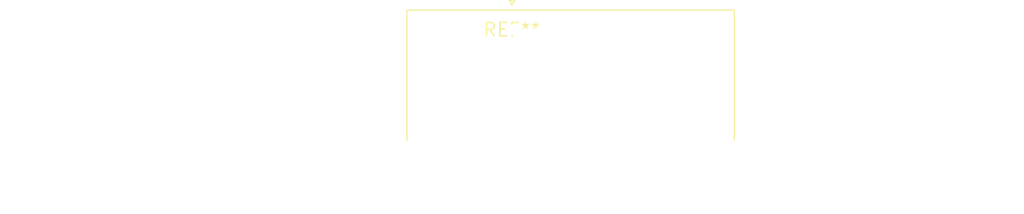
<source format=kicad_pcb>
(kicad_pcb (version 20240108) (generator pcbnew)
  (layers (0 "F.Cu" signal) (31 "B.Cu" signal) (34 "B.Paste" user) (35 "F.Paste" user) (36 "B.SilkS" user "B.Silkscreen") (37 "F.SilkS" user "F.Silkscreen") (38 "B.Mask" user) (39 "F.Mask" user) (44 "Edge.Cuts" user))
  (net 0 "")
  (footprint "DSUB-9_Male_Horizontal_P2.77x2.84mm_EdgePinOffset7.70mm_Housed_MountingHolesOffset9.12mm" (layer "F.Cu") (at 0 0)
    (property "Reference" "REF**")
    (property "Value" "DSUB-9_Male_Horizontal_P2.77x2.84mm_EdgePinOffset7.70mm_Housed_MountingHolesOffset9.12mm")
    (fp_line (start -9.945 -1.86) (end 21.025 -1.86) (layer "F.SilkS") (stroke (width 0.12)))
    (fp_line (start -9.945 10.48) (end -9.945 -1.86) (layer "F.SilkS") (stroke (width 0.12)))
    (fp_line (start -0.25 -2.754338) (end 0.25 -2.754338) (layer "F.SilkS") (stroke (width 0.12)))
    (fp_line (start 0 -2.321325) (end -0.25 -2.754338) (layer "F.SilkS") (stroke (width 0.12)))
    (fp_line (start 0.25 -2.754338) (end 0 -2.321325) (layer "F.SilkS") (stroke (width 0.12)))
    (fp_line (start 21.025 -1.86) (end 21.025 10.48) (layer "F.SilkS") (stroke (width 0.12)))
    (pad "0" thru_hole circle (at -6.96 1.42) (size 4 4) (drill 3.2) (layers *.Cu *.Mask) (remove_unused_layers))
    (pad "0" thru_hole circle (at 18.04 1.42) (size 4 4) (drill 3.2) (layers *.Cu *.Mask) (remove_unused_layers))
    (pad "1" thru_hole rect (at 0 0) (size 1.6 1.6) (drill 1) (layers *.Cu *.Mask) (remove_unused_layers))
    (pad "2" thru_hole circle (at 2.77 0) (size 1.6 1.6) (drill 1) (layers *.Cu *.Mask) (remove_unused_layers))
    (pad "3" thru_hole circle (at 5.54 0) (size 1.6 1.6) (drill 1) (layers *.Cu *.Mask) (remove_unused_layers))
    (pad "4" thru_hole circle (at 8.31 0) (size 1.6 1.6) (drill 1) (layers *.Cu *.Mask) (remove_unused_layers))
    (pad "5" thru_hole circle (at 11.08 0) (size 1.6 1.6) (drill 1) (layers *.Cu *.Mask) (remove_unused_layers))
    (pad "6" thru_hole circle (at 1.385 2.84) (size 1.6 1.6) (drill 1) (layers *.Cu *.Mask) (remove_unused_layers))
    (pad "7" thru_hole circle (at 4.155 2.84) (size 1.6 1.6) (drill 1) (layers *.Cu *.Mask) (remove_unused_layers))
    (pad "8" thru_hole circle (at 6.925 2.84) (size 1.6 1.6) (drill 1) (layers *.Cu *.Mask) (remove_unused_layers))
    (pad "9" thru_hole circle (at 9.695 2.84) (size 1.6 1.6) (drill 1) (layers *.Cu *.Mask) (remove_unused_layers))
  )
)
</source>
